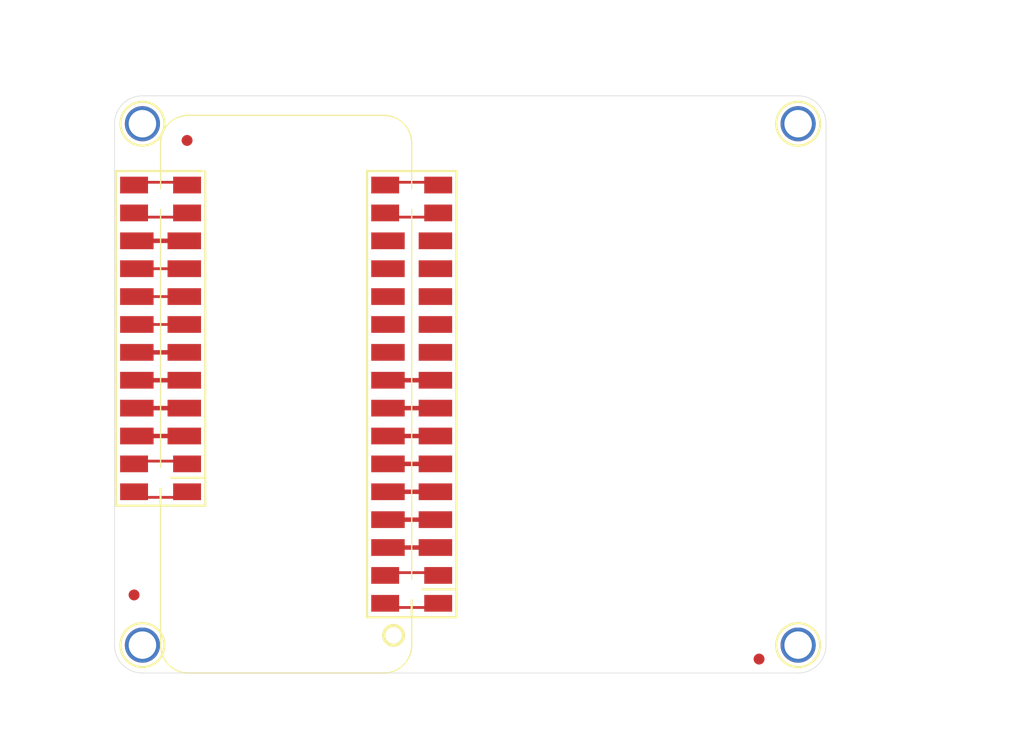
<source format=kicad_pcb>
(kicad_pcb (version 20171130) (host pcbnew "(5.1.4-0-10_14)")

  (general
    (thickness 1.6)
    (drawings 21)
    (tracks 42)
    (zones 0)
    (modules 9)
    (nets 29)
  )

  (page A4)
  (layers
    (0 Top signal)
    (1 Route2 signal)
    (2 Route3 signal)
    (3 Route4 signal)
    (4 Route5 signal)
    (5 Route6 signal)
    (6 Route7 signal)
    (7 Route8 signal)
    (8 Route9 signal)
    (9 Route10 signal)
    (10 Route11 signal)
    (11 Route12 signal)
    (12 Route13 signal)
    (13 Route14 signal)
    (14 Route15 signal)
    (31 Bottom signal)
    (32 B.Adhes user)
    (33 F.Adhes user)
    (34 B.Paste user)
    (35 F.Paste user)
    (36 B.SilkS user)
    (37 F.SilkS user)
    (38 B.Mask user)
    (39 F.Mask user)
    (40 Dwgs.User user)
    (41 Cmts.User user)
    (42 Eco1.User user)
    (43 Eco2.User user)
    (44 Edge.Cuts user)
    (45 Margin user)
    (46 B.CrtYd user)
    (47 F.CrtYd user)
    (48 B.Fab user)
    (49 F.Fab user)
  )

  (setup
    (last_trace_width 0.25)
    (trace_clearance 0.2)
    (zone_clearance 0.508)
    (zone_45_only no)
    (trace_min 0.2)
    (via_size 0.8)
    (via_drill 0.4)
    (via_min_size 0.4)
    (via_min_drill 0.3)
    (uvia_size 0.3)
    (uvia_drill 0.1)
    (uvias_allowed no)
    (uvia_min_size 0.2)
    (uvia_min_drill 0.1)
    (edge_width 0.05)
    (segment_width 0.2)
    (pcb_text_width 0.3)
    (pcb_text_size 1.5 1.5)
    (mod_edge_width 0.12)
    (mod_text_size 1 1)
    (mod_text_width 0.15)
    (pad_size 1.524 1.524)
    (pad_drill 0.762)
    (pad_to_mask_clearance 0.051)
    (solder_mask_min_width 0.25)
    (aux_axis_origin 0 0)
    (visible_elements FFFFFF7F)
    (pcbplotparams
      (layerselection 0x010fc_ffffffff)
      (usegerberextensions false)
      (usegerberattributes false)
      (usegerberadvancedattributes false)
      (creategerberjobfile false)
      (excludeedgelayer true)
      (linewidth 0.100000)
      (plotframeref false)
      (viasonmask false)
      (mode 1)
      (useauxorigin false)
      (hpglpennumber 1)
      (hpglpenspeed 20)
      (hpglpendiameter 15.000000)
      (psnegative false)
      (psa4output false)
      (plotreference true)
      (plotvalue true)
      (plotinvisibletext false)
      (padsonsilk false)
      (subtractmaskfromsilk false)
      (outputformat 1)
      (mirror false)
      (drillshape 1)
      (scaleselection 1)
      (outputdirectory ""))
  )

  (net 0 "")
  (net 1 GND)
  (net 2 3.3V)
  (net 3 /SCLK)
  (net 4 /MOSI)
  (net 5 /MISO)
  (net 6 "Net-(MS2-Pad17')")
  (net 7 "Net-(MS2-Pad18')")
  (net 8 "Net-(MS2-Pad19')")
  (net 9 "Net-(MS2-Pad20')")
  (net 10 "Net-(MS2-Pad21')")
  (net 11 "Net-(MS2-Pad22')")
  (net 12 "Net-(MS2-Pad23')")
  (net 13 "Net-(MS2-Pad24')")
  (net 14 "Net-(MS2-Pad25')")
  (net 15 "Net-(MS2-Pad26')")
  (net 16 "Net-(MS2-Pad27')")
  (net 17 "Net-(MS2-Pad28')")
  (net 18 "Net-(MS2-Pad16')")
  (net 19 "Net-(MS2-Pad15')")
  (net 20 "Net-(MS2-Pad14')")
  (net 21 "Net-(MS2-Pad10')")
  (net 22 "Net-(MS2-Pad9')")
  (net 23 "Net-(MS2-Pad8')")
  (net 24 "Net-(MS2-Pad7')")
  (net 25 "Net-(MS2-Pad6')")
  (net 26 "Net-(MS2-Pad5')")
  (net 27 "Net-(MS2-Pad3')")
  (net 28 "Net-(MS2-Pad1')")

  (net_class Default "This is the default net class."
    (clearance 0.2)
    (trace_width 0.25)
    (via_dia 0.8)
    (via_drill 0.4)
    (uvia_dia 0.3)
    (uvia_drill 0.1)
    (add_net /MISO)
    (add_net /MOSI)
    (add_net /SCLK)
    (add_net 3.3V)
    (add_net GND)
    (add_net "Net-(MS2-Pad1')")
    (add_net "Net-(MS2-Pad10')")
    (add_net "Net-(MS2-Pad14')")
    (add_net "Net-(MS2-Pad15')")
    (add_net "Net-(MS2-Pad16')")
    (add_net "Net-(MS2-Pad17')")
    (add_net "Net-(MS2-Pad18')")
    (add_net "Net-(MS2-Pad19')")
    (add_net "Net-(MS2-Pad20')")
    (add_net "Net-(MS2-Pad21')")
    (add_net "Net-(MS2-Pad22')")
    (add_net "Net-(MS2-Pad23')")
    (add_net "Net-(MS2-Pad24')")
    (add_net "Net-(MS2-Pad25')")
    (add_net "Net-(MS2-Pad26')")
    (add_net "Net-(MS2-Pad27')")
    (add_net "Net-(MS2-Pad28')")
    (add_net "Net-(MS2-Pad3')")
    (add_net "Net-(MS2-Pad5')")
    (add_net "Net-(MS2-Pad6')")
    (add_net "Net-(MS2-Pad7')")
    (add_net "Net-(MS2-Pad8')")
    (add_net "Net-(MS2-Pad9')")
  )

  (module "Adafruit 2.4in TFT FeatherWing:FEATHERWING_SMT2" (layer Top) (tedit 0) (tstamp 5D6568A7)
    (at 143.1671 131.2926 90)
    (path /1DA74E41)
    (fp_text reference MS2 (at 0 0 90) (layer F.SilkS) hide
      (effects (font (size 1.27 1.27) (thickness 0.15)))
    )
    (fp_text value FEATHERWING_SMTDUAL (at 0 0 90) (layer F.SilkS) hide
      (effects (font (size 1.27 1.27) (thickness 0.15)))
    )
    (fp_line (start 45.72 -19.05) (end 45.72 -22.86) (layer F.SilkS) (width 0.2032))
    (fp_line (start 45.72 -22.86) (end 45.72 -26.924) (layer F.SilkS) (width 0.2032))
    (fp_line (start 17.78 -22.86) (end 17.78 -18.796) (layer F.SilkS) (width 0.2032))
    (fp_line (start 15.24 -22.86) (end 17.78 -22.86) (layer F.SilkS) (width 0.2032))
    (fp_line (start 17.78 -18.796) (end 15.24 -18.796) (layer F.SilkS) (width 0.2032))
    (fp_line (start 45.72 -18.796) (end 17.78 -18.796) (layer F.SilkS) (width 0.2032))
    (fp_line (start 15.24 -26.924) (end 45.72 -26.924) (layer F.SilkS) (width 0.2032))
    (fp_line (start 15.24 -22.86) (end 15.24 -26.924) (layer F.SilkS) (width 0.2032))
    (fp_line (start 15.24 -18.796) (end 15.24 -22.86) (layer F.SilkS) (width 0.2032))
    (fp_line (start 7.62 0) (end 7.62 4.064) (layer F.SilkS) (width 0.2032))
    (fp_line (start 5.08 0) (end 7.62 0) (layer F.SilkS) (width 0.2032))
    (fp_line (start 45.72 -4.064) (end 45.72 4.064) (layer F.SilkS) (width 0.2032))
    (fp_line (start 7.62 4.064) (end 5.08 4.064) (layer F.SilkS) (width 0.2032))
    (fp_line (start 45.72 4.064) (end 7.62 4.064) (layer F.SilkS) (width 0.2032))
    (fp_line (start 5.08 -4.064) (end 45.72 -4.064) (layer F.SilkS) (width 0.2032))
    (fp_line (start 5.08 0) (end 5.08 -4.064) (layer F.SilkS) (width 0.2032))
    (fp_line (start 5.08 4.064) (end 5.08 0) (layer F.SilkS) (width 0.2032))
    (fp_arc (start 2.54 -2.54) (end 0 -2.54) (angle -90) (layer F.SilkS) (width 0.12))
    (fp_line (start 0 -20.32) (end 0 -2.54) (layer F.SilkS) (width 0.12))
    (fp_arc (start 2.54 -20.32) (end 2.54 -22.86) (angle -90) (layer F.SilkS) (width 0.12))
    (fp_line (start 45.72 -22.86) (end 2.54 -22.86) (layer F.SilkS) (width 0.12))
    (fp_line (start 48.26 -22.86) (end 45.72 -22.86) (layer F.SilkS) (width 0.12))
    (fp_arc (start 48.26 -20.32) (end 50.8 -20.32) (angle -90) (layer F.SilkS) (width 0.12))
    (fp_line (start 50.8 -2.54) (end 50.8 -20.32) (layer F.SilkS) (width 0.12))
    (fp_arc (start 48.26 -2.54) (end 48.26 0) (angle -90) (layer F.SilkS) (width 0.12))
    (fp_line (start 2.54 0) (end 48.26 0) (layer F.SilkS) (width 0.12))
    (pad "" np_thru_hole circle (at 43.18 0 90) (size 1.8 1.8) (drill 1.8) (layers *.Cu *.Mask))
    (pad "" np_thru_hole circle (at 7.62 0 90) (size 1.8 1.8) (drill 1.8) (layers *.Cu *.Mask))
    (pad "" np_thru_hole circle (at 43.18 -22.86 90) (size 1.8 1.8) (drill 1.8) (layers *.Cu *.Mask))
    (pad "" np_thru_hole circle (at 17.78 -22.86 90) (size 1.8 1.8) (drill 1.8) (layers *.Cu *.Mask))
    (pad 17' smd rect (at 44.45 -25.273) (size 2.54 1.524) (layers Top F.Paste F.Mask)
      (net 6 "Net-(MS2-Pad17')") (solder_mask_margin 0.0508))
    (pad 17 smd rect (at 44.45 -20.447 180) (size 2.54 1.524) (layers Top F.Paste F.Mask)
      (net 6 "Net-(MS2-Pad17')") (solder_mask_margin 0.0508))
    (pad 18' smd rect (at 41.91 -25.273) (size 2.54 1.524) (layers Top F.Paste F.Mask)
      (net 7 "Net-(MS2-Pad18')") (solder_mask_margin 0.0508))
    (pad 18 smd rect (at 41.91 -20.447 180) (size 2.54 1.524) (layers Top F.Paste F.Mask)
      (net 7 "Net-(MS2-Pad18')") (solder_mask_margin 0.0508))
    (pad 19' smd rect (at 39.37 -25.019) (size 3.048 1.524) (layers Top F.Paste F.Mask)
      (net 8 "Net-(MS2-Pad19')") (solder_mask_margin 0.0508))
    (pad 19 smd rect (at 39.37 -20.701 180) (size 3.048 1.524) (layers Top F.Paste F.Mask)
      (net 8 "Net-(MS2-Pad19')") (solder_mask_margin 0.0508))
    (pad 20' smd rect (at 36.83 -25.019) (size 3.048 1.524) (layers Top F.Paste F.Mask)
      (net 9 "Net-(MS2-Pad20')") (solder_mask_margin 0.0508))
    (pad 20 smd rect (at 36.83 -20.701 180) (size 3.048 1.524) (layers Top F.Paste F.Mask)
      (net 9 "Net-(MS2-Pad20')") (solder_mask_margin 0.0508))
    (pad 21' smd rect (at 34.29 -25.019) (size 3.048 1.524) (layers Top F.Paste F.Mask)
      (net 10 "Net-(MS2-Pad21')") (solder_mask_margin 0.0508))
    (pad 21 smd rect (at 34.29 -20.701 180) (size 3.048 1.524) (layers Top F.Paste F.Mask)
      (net 10 "Net-(MS2-Pad21')") (solder_mask_margin 0.0508))
    (pad 22' smd rect (at 31.75 -25.019) (size 3.048 1.524) (layers Top F.Paste F.Mask)
      (net 11 "Net-(MS2-Pad22')") (solder_mask_margin 0.0508))
    (pad 22 smd rect (at 31.75 -20.701 180) (size 3.048 1.524) (layers Top F.Paste F.Mask)
      (net 11 "Net-(MS2-Pad22')") (solder_mask_margin 0.0508))
    (pad 23' smd rect (at 29.21 -25.019) (size 3.048 1.524) (layers Top F.Paste F.Mask)
      (net 12 "Net-(MS2-Pad23')") (solder_mask_margin 0.0508))
    (pad 23 smd rect (at 29.21 -20.701 180) (size 3.048 1.524) (layers Top F.Paste F.Mask)
      (net 12 "Net-(MS2-Pad23')") (solder_mask_margin 0.0508))
    (pad 24' smd rect (at 26.67 -25.019) (size 3.048 1.524) (layers Top F.Paste F.Mask)
      (net 13 "Net-(MS2-Pad24')") (solder_mask_margin 0.0508))
    (pad 24 smd rect (at 26.67 -20.701 180) (size 3.048 1.524) (layers Top F.Paste F.Mask)
      (net 13 "Net-(MS2-Pad24')") (solder_mask_margin 0.0508))
    (pad 25' smd rect (at 24.13 -25.019) (size 3.048 1.524) (layers Top F.Paste F.Mask)
      (net 14 "Net-(MS2-Pad25')") (solder_mask_margin 0.0508))
    (pad 25 smd rect (at 24.13 -20.701 180) (size 3.048 1.524) (layers Top F.Paste F.Mask)
      (net 14 "Net-(MS2-Pad25')") (solder_mask_margin 0.0508))
    (pad 26' smd rect (at 21.59 -25.019) (size 3.048 1.524) (layers Top F.Paste F.Mask)
      (net 15 "Net-(MS2-Pad26')") (solder_mask_margin 0.0508))
    (pad 26 smd rect (at 21.59 -20.701 180) (size 3.048 1.524) (layers Top F.Paste F.Mask)
      (net 15 "Net-(MS2-Pad26')") (solder_mask_margin 0.0508))
    (pad 27 smd rect (at 19.05 -20.447 180) (size 2.54 1.524) (layers Top F.Paste F.Mask)
      (net 16 "Net-(MS2-Pad27')") (solder_mask_margin 0.0508))
    (pad 27' smd rect (at 19.05 -25.273) (size 2.54 1.524) (layers Top F.Paste F.Mask)
      (net 16 "Net-(MS2-Pad27')") (solder_mask_margin 0.0508))
    (pad 28 smd rect (at 16.51 -20.447 180) (size 2.54 1.524) (layers Top F.Paste F.Mask)
      (net 17 "Net-(MS2-Pad28')") (solder_mask_margin 0.0508))
    (pad 28' smd rect (at 16.51 -25.273 180) (size 2.54 1.524) (layers Top F.Paste F.Mask)
      (net 17 "Net-(MS2-Pad28')") (solder_mask_margin 0.0508))
    (pad 16 smd rect (at 44.45 -2.413) (size 2.54 1.524) (layers Top F.Paste F.Mask)
      (net 18 "Net-(MS2-Pad16')") (solder_mask_margin 0.0508))
    (pad 16' smd rect (at 44.45 2.413 180) (size 2.54 1.524) (layers Top F.Paste F.Mask)
      (net 18 "Net-(MS2-Pad16')") (solder_mask_margin 0.0508))
    (pad 15 smd rect (at 41.91 -2.413) (size 2.54 1.524) (layers Top F.Paste F.Mask)
      (net 19 "Net-(MS2-Pad15')") (solder_mask_margin 0.0508))
    (pad 15' smd rect (at 41.91 2.413 180) (size 2.54 1.524) (layers Top F.Paste F.Mask)
      (net 19 "Net-(MS2-Pad15')") (solder_mask_margin 0.0508))
    (pad 14 smd rect (at 39.37 -2.159) (size 3.048 1.524) (layers Top F.Paste F.Mask)
      (net 20 "Net-(MS2-Pad14')") (solder_mask_margin 0.0508))
    (pad 14' smd rect (at 39.37 2.159 180) (size 3.048 1.524) (layers Top F.Paste F.Mask)
      (net 20 "Net-(MS2-Pad14')") (solder_mask_margin 0.0508))
    (pad 13 smd rect (at 36.83 -2.159) (size 3.048 1.524) (layers Top F.Paste F.Mask)
      (net 5 /MISO) (solder_mask_margin 0.0508))
    (pad 13' smd rect (at 36.83 2.159 180) (size 3.048 1.524) (layers Top F.Paste F.Mask)
      (net 5 /MISO) (solder_mask_margin 0.0508))
    (pad 12 smd rect (at 34.29 -2.159) (size 3.048 1.524) (layers Top F.Paste F.Mask)
      (net 4 /MOSI) (solder_mask_margin 0.0508))
    (pad 12' smd rect (at 34.29 2.159 180) (size 3.048 1.524) (layers Top F.Paste F.Mask)
      (net 4 /MOSI) (solder_mask_margin 0.0508))
    (pad 11 smd rect (at 31.75 -2.159) (size 3.048 1.524) (layers Top F.Paste F.Mask)
      (net 3 /SCLK) (solder_mask_margin 0.0508))
    (pad 11' smd rect (at 31.75 2.159 180) (size 3.048 1.524) (layers Top F.Paste F.Mask)
      (net 3 /SCLK) (solder_mask_margin 0.0508))
    (pad 10 smd rect (at 29.21 -2.159) (size 3.048 1.524) (layers Top F.Paste F.Mask)
      (net 21 "Net-(MS2-Pad10')") (solder_mask_margin 0.0508))
    (pad 10' smd rect (at 29.21 2.159 180) (size 3.048 1.524) (layers Top F.Paste F.Mask)
      (net 21 "Net-(MS2-Pad10')") (solder_mask_margin 0.0508))
    (pad 9 smd rect (at 26.67 -2.159) (size 3.048 1.524) (layers Top F.Paste F.Mask)
      (net 22 "Net-(MS2-Pad9')") (solder_mask_margin 0.0508))
    (pad 9' smd rect (at 26.67 2.159 180) (size 3.048 1.524) (layers Top F.Paste F.Mask)
      (net 22 "Net-(MS2-Pad9')") (solder_mask_margin 0.0508))
    (pad 8 smd rect (at 24.13 -2.159) (size 3.048 1.524) (layers Top F.Paste F.Mask)
      (net 23 "Net-(MS2-Pad8')") (solder_mask_margin 0.0508))
    (pad 8' smd rect (at 24.13 2.159 180) (size 3.048 1.524) (layers Top F.Paste F.Mask)
      (net 23 "Net-(MS2-Pad8')") (solder_mask_margin 0.0508))
    (pad 7 smd rect (at 21.59 -2.159) (size 3.048 1.524) (layers Top F.Paste F.Mask)
      (net 24 "Net-(MS2-Pad7')") (solder_mask_margin 0.0508))
    (pad 7' smd rect (at 21.59 2.159 180) (size 3.048 1.524) (layers Top F.Paste F.Mask)
      (net 24 "Net-(MS2-Pad7')") (solder_mask_margin 0.0508))
    (pad 6 smd rect (at 19.05 -2.159) (size 3.048 1.524) (layers Top F.Paste F.Mask)
      (net 25 "Net-(MS2-Pad6')") (solder_mask_margin 0.0508))
    (pad 6' smd rect (at 19.05 2.159 180) (size 3.048 1.524) (layers Top F.Paste F.Mask)
      (net 25 "Net-(MS2-Pad6')") (solder_mask_margin 0.0508))
    (pad 5 smd rect (at 16.51 -2.159) (size 3.048 1.524) (layers Top F.Paste F.Mask)
      (net 26 "Net-(MS2-Pad5')") (solder_mask_margin 0.0508))
    (pad 5' smd rect (at 16.51 2.159 180) (size 3.048 1.524) (layers Top F.Paste F.Mask)
      (net 26 "Net-(MS2-Pad5')") (solder_mask_margin 0.0508))
    (pad 4 smd rect (at 13.97 -2.159) (size 3.048 1.524) (layers Top F.Paste F.Mask)
      (net 1 GND) (solder_mask_margin 0.0508))
    (pad 4' smd rect (at 13.97 2.159 180) (size 3.048 1.524) (layers Top F.Paste F.Mask)
      (net 1 GND) (solder_mask_margin 0.0508))
    (pad 3 smd rect (at 11.43 -2.159) (size 3.048 1.524) (layers Top F.Paste F.Mask)
      (net 27 "Net-(MS2-Pad3')") (solder_mask_margin 0.0508))
    (pad 3' smd rect (at 11.43 2.159 180) (size 3.048 1.524) (layers Top F.Paste F.Mask)
      (net 27 "Net-(MS2-Pad3')") (solder_mask_margin 0.0508))
    (pad 2' smd rect (at 8.89 2.413 180) (size 2.54 1.524) (layers Top F.Paste F.Mask)
      (net 2 3.3V) (solder_mask_margin 0.0508))
    (pad 2 smd rect (at 8.89 -2.413) (size 2.54 1.524) (layers Top F.Paste F.Mask)
      (net 2 3.3V) (solder_mask_margin 0.0508))
    (pad 1' smd rect (at 6.35 2.413 180) (size 2.54 1.524) (layers Top F.Paste F.Mask)
      (net 28 "Net-(MS2-Pad1')") (solder_mask_margin 0.0508))
    (pad 1 smd rect (at 6.35 -2.413 180) (size 2.54 1.524) (layers Top F.Paste F.Mask)
      (net 28 "Net-(MS2-Pad1')") (solder_mask_margin 0.0508))
  )

  (module "Adafruit 2.4in TFT FeatherWing:MOUNTINGHOLE_2.5_PLATED" (layer Top) (tedit 0) (tstamp 5D656786)
    (at 178.3461 128.7526)
    (path /4901ADA2)
    (fp_text reference U$15 (at 0 0) (layer F.SilkS) hide
      (effects (font (size 1.27 1.27) (thickness 0.15)))
    )
    (fp_text value MOUNTINGHOLE2.5 (at 0 0) (layer F.SilkS) hide
      (effects (font (size 1.27 1.27) (thickness 0.15)))
    )
    (fp_circle (center 0 0) (end 1 0) (layer Dwgs.User) (width 2.032))
    (fp_circle (center 0 0) (end 1 0) (layer Dwgs.User) (width 2.032))
    (fp_circle (center 0 0) (end 1 0) (layer Dwgs.User) (width 2.032))
    (fp_circle (center 0 0) (end 1 0) (layer Dwgs.User) (width 2.032))
    (fp_circle (center 0 0) (end 2 0) (layer F.SilkS) (width 0.2032))
    (pad P$1 thru_hole circle (at 0 0) (size 3.2 3.2) (drill 2.5) (layers *.Cu *.Mask)
      (solder_mask_margin 0.0508))
  )

  (module "Adafruit 2.4in TFT FeatherWing:MOUNTINGHOLE_2.5_PLATED" (layer Top) (tedit 0) (tstamp 5D65678F)
    (at 178.3461 81.2546)
    (path /7CE1FEAD)
    (fp_text reference U$17 (at 0 0) (layer F.SilkS) hide
      (effects (font (size 1.27 1.27) (thickness 0.15)))
    )
    (fp_text value MOUNTINGHOLE2.5 (at 0 0) (layer F.SilkS) hide
      (effects (font (size 1.27 1.27) (thickness 0.15)))
    )
    (fp_circle (center 0 0) (end 1 0) (layer Dwgs.User) (width 2.032))
    (fp_circle (center 0 0) (end 1 0) (layer Dwgs.User) (width 2.032))
    (fp_circle (center 0 0) (end 1 0) (layer Dwgs.User) (width 2.032))
    (fp_circle (center 0 0) (end 1 0) (layer Dwgs.User) (width 2.032))
    (fp_circle (center 0 0) (end 2 0) (layer F.SilkS) (width 0.2032))
    (pad P$1 thru_hole circle (at 0 0) (size 3.2 3.2) (drill 2.5) (layers *.Cu *.Mask)
      (solder_mask_margin 0.0508))
  )

  (module "Adafruit 2.4in TFT FeatherWing:MOUNTINGHOLE_2.5_PLATED" (layer Top) (tedit 0) (tstamp 5D656991)
    (at 118.6561 128.7526)
    (path /29A3022C)
    (fp_text reference U$9 (at 0 0) (layer F.SilkS) hide
      (effects (font (size 1.27 1.27) (thickness 0.15)))
    )
    (fp_text value MOUNTINGHOLE2.5 (at 0 0) (layer F.SilkS) hide
      (effects (font (size 1.27 1.27) (thickness 0.15)))
    )
    (fp_circle (center 0 0) (end 1 0) (layer Dwgs.User) (width 2.032))
    (fp_circle (center 0 0) (end 1 0) (layer Dwgs.User) (width 2.032))
    (fp_circle (center 0 0) (end 1 0) (layer Dwgs.User) (width 2.032))
    (fp_circle (center 0 0) (end 1 0) (layer Dwgs.User) (width 2.032))
    (fp_circle (center 0 0) (end 2 0) (layer F.SilkS) (width 0.2032))
    (pad P$1 thru_hole circle (at 0 0) (size 3.2 3.2) (drill 2.5) (layers *.Cu *.Mask)
      (solder_mask_margin 0.0508))
  )

  (module "Adafruit 2.4in TFT FeatherWing:MOUNTINGHOLE_2.5_PLATED" (layer Top) (tedit 0) (tstamp 5D65699A)
    (at 118.6561 81.2546)
    (path /608FD90F)
    (fp_text reference U$11 (at 0 0) (layer F.SilkS) hide
      (effects (font (size 1.27 1.27) (thickness 0.15)))
    )
    (fp_text value MOUNTINGHOLE2.5 (at 0 0) (layer F.SilkS) hide
      (effects (font (size 1.27 1.27) (thickness 0.15)))
    )
    (fp_circle (center 0 0) (end 1 0) (layer Dwgs.User) (width 2.032))
    (fp_circle (center 0 0) (end 1 0) (layer Dwgs.User) (width 2.032))
    (fp_circle (center 0 0) (end 1 0) (layer Dwgs.User) (width 2.032))
    (fp_circle (center 0 0) (end 1 0) (layer Dwgs.User) (width 2.032))
    (fp_circle (center 0 0) (end 2 0) (layer F.SilkS) (width 0.2032))
    (pad P$1 thru_hole circle (at 0 0) (size 3.2 3.2) (drill 2.5) (layers *.Cu *.Mask)
      (solder_mask_margin 0.0508))
  )

  (module "Adafruit 2.4in TFT FeatherWing:FIDUCIAL_1MM" (layer Top) (tedit 0) (tstamp 5D656A08)
    (at 122.7201 82.7786)
    (path /5F8860D4)
    (fp_text reference FID1 (at 0 0) (layer F.SilkS) hide
      (effects (font (size 1.27 1.27) (thickness 0.15)))
    )
    (fp_text value FIDUCIAL"" (at 0 0) (layer F.SilkS) hide
      (effects (font (size 1.27 1.27) (thickness 0.15)))
    )
    (fp_arc (start 0 0) (end 0 0.75) (angle 90) (layer Dwgs.User) (width 0.5))
    (fp_arc (start 0 0) (end 0.75 0) (angle 90) (layer Dwgs.User) (width 0.5))
    (fp_arc (start 0 0) (end 0 -0.75) (angle 90) (layer Dwgs.User) (width 0.5))
    (fp_arc (start 0 0) (end -0.75 0) (angle 90) (layer Dwgs.User) (width 0.5))
    (fp_arc (start 0 0) (end 0 0.75) (angle 90) (layer Dwgs.User) (width 0.5))
    (fp_arc (start 0 0) (end 0.75 0) (angle 90) (layer Dwgs.User) (width 0.5))
    (fp_arc (start 0 0) (end 0 -0.75) (angle 90) (layer Dwgs.User) (width 0.5))
    (fp_arc (start 0 0) (end -0.75 0) (angle 90) (layer Dwgs.User) (width 0.5))
    (fp_arc (start 0 0) (end 0 0.75) (angle 90) (layer F.Mask) (width 0.5))
    (fp_arc (start 0 0) (end 0.75 0) (angle 90) (layer F.Mask) (width 0.5))
    (fp_arc (start 0 0) (end 0 -0.75) (angle 90) (layer F.Mask) (width 0.5))
    (fp_arc (start 0 0) (end -0.75 0) (angle 90) (layer F.Mask) (width 0.5))
    (pad 1 smd roundrect (at 0 0) (size 1 1) (layers Top F.Mask) (roundrect_rratio 0.5)
      (solder_mask_margin 0.0508))
  )

  (module "Adafruit 2.4in TFT FeatherWing:FIDUCIAL_1MM" (layer Top) (tedit 0) (tstamp 5D656A18)
    (at 174.7901 130.0226)
    (path /7EDAA0E9)
    (fp_text reference FID2 (at 0 0) (layer F.SilkS) hide
      (effects (font (size 1.27 1.27) (thickness 0.15)))
    )
    (fp_text value FIDUCIAL"" (at 0 0) (layer F.SilkS) hide
      (effects (font (size 1.27 1.27) (thickness 0.15)))
    )
    (fp_arc (start 0 0) (end 0 0.75) (angle 90) (layer Dwgs.User) (width 0.5))
    (fp_arc (start 0 0) (end 0.75 0) (angle 90) (layer Dwgs.User) (width 0.5))
    (fp_arc (start 0 0) (end 0 -0.75) (angle 90) (layer Dwgs.User) (width 0.5))
    (fp_arc (start 0 0) (end -0.75 0) (angle 90) (layer Dwgs.User) (width 0.5))
    (fp_arc (start 0 0) (end 0 0.75) (angle 90) (layer Dwgs.User) (width 0.5))
    (fp_arc (start 0 0) (end 0.75 0) (angle 90) (layer Dwgs.User) (width 0.5))
    (fp_arc (start 0 0) (end 0 -0.75) (angle 90) (layer Dwgs.User) (width 0.5))
    (fp_arc (start 0 0) (end -0.75 0) (angle 90) (layer Dwgs.User) (width 0.5))
    (fp_arc (start 0 0) (end 0 0.75) (angle 90) (layer F.Mask) (width 0.5))
    (fp_arc (start 0 0) (end 0.75 0) (angle 90) (layer F.Mask) (width 0.5))
    (fp_arc (start 0 0) (end 0 -0.75) (angle 90) (layer F.Mask) (width 0.5))
    (fp_arc (start 0 0) (end -0.75 0) (angle 90) (layer F.Mask) (width 0.5))
    (pad 1 smd roundrect (at 0 0) (size 1 1) (layers Top F.Mask) (roundrect_rratio 0.5)
      (solder_mask_margin 0.0508))
  )

  (module "Adafruit 2.4in TFT FeatherWing:FIDUCIAL_1MM" (layer Top) (tedit 0) (tstamp 5D656A28)
    (at 117.8941 124.1806)
    (path /3B034C82)
    (fp_text reference FID3 (at 0 0) (layer F.SilkS) hide
      (effects (font (size 1.27 1.27) (thickness 0.15)))
    )
    (fp_text value FIDUCIAL"" (at 0 0) (layer F.SilkS) hide
      (effects (font (size 1.27 1.27) (thickness 0.15)))
    )
    (fp_arc (start 0 0) (end 0 0.75) (angle 90) (layer Dwgs.User) (width 0.5))
    (fp_arc (start 0 0) (end 0.75 0) (angle 90) (layer Dwgs.User) (width 0.5))
    (fp_arc (start 0 0) (end 0 -0.75) (angle 90) (layer Dwgs.User) (width 0.5))
    (fp_arc (start 0 0) (end -0.75 0) (angle 90) (layer Dwgs.User) (width 0.5))
    (fp_arc (start 0 0) (end 0 0.75) (angle 90) (layer Dwgs.User) (width 0.5))
    (fp_arc (start 0 0) (end 0.75 0) (angle 90) (layer Dwgs.User) (width 0.5))
    (fp_arc (start 0 0) (end 0 -0.75) (angle 90) (layer Dwgs.User) (width 0.5))
    (fp_arc (start 0 0) (end -0.75 0) (angle 90) (layer Dwgs.User) (width 0.5))
    (fp_arc (start 0 0) (end 0 0.75) (angle 90) (layer F.Mask) (width 0.5))
    (fp_arc (start 0 0) (end 0.75 0) (angle 90) (layer F.Mask) (width 0.5))
    (fp_arc (start 0 0) (end 0 -0.75) (angle 90) (layer F.Mask) (width 0.5))
    (fp_arc (start 0 0) (end -0.75 0) (angle 90) (layer F.Mask) (width 0.5))
    (pad 1 smd roundrect (at 0 0) (size 1 1) (layers Top F.Mask) (roundrect_rratio 0.5)
      (solder_mask_margin 0.0508))
  )

  (module "Adafruit 2.4in TFT FeatherWing:PCBFEAT-REV-040" (layer Top) (tedit 0) (tstamp 5D6577D7)
    (at 141.5161 127.8636)
    (descr "<b>Revision Level Field</b> - 40 mil<p>\nSet version with global board attribute '>REV'")
    (fp_text reference U$34 (at 0 0) (layer F.SilkS) hide
      (effects (font (size 1.27 1.27) (thickness 0.15)))
    )
    (fp_text value "" (at 0 0) (layer F.SilkS) hide
      (effects (font (size 1.27 1.27) (thickness 0.15)))
    )
    (fp_circle (center 0 0) (end 0.898 0) (layer F.SilkS) (width 0.3048))
  )

  (dimension 35.687 (width 0.1) (layer Dwgs.User)
    (gr_text "35.687 mm" (at 197.5031 113.4491 90) (layer Dwgs.User)
      (effects (font (size 1 1) (thickness 0.15)))
    )
    (feature1 (pts (xy 177.5206 95.6056) (xy 196.839521 95.6056)))
    (feature2 (pts (xy 177.5206 131.2926) (xy 196.839521 131.2926)))
    (crossbar (pts (xy 196.2531 131.2926) (xy 196.2531 95.6056)))
    (arrow1a (pts (xy 196.2531 95.6056) (xy 196.839521 96.732104)))
    (arrow1b (pts (xy 196.2531 95.6056) (xy 195.666679 96.732104)))
    (arrow2a (pts (xy 196.2531 131.2926) (xy 196.839521 130.166096)))
    (arrow2b (pts (xy 196.2531 131.2926) (xy 195.666679 130.166096)))
  )
  (dimension 9.779 (width 0.1) (layer Dwgs.User)
    (gr_text "9.779 mm" (at 189.7561 126.4031 90) (layer Dwgs.User)
      (effects (font (size 1 1) (thickness 0.15)))
    )
    (feature1 (pts (xy 175.6791 121.5136) (xy 189.092521 121.5136)))
    (feature2 (pts (xy 175.6791 131.2926) (xy 189.092521 131.2926)))
    (crossbar (pts (xy 188.5061 131.2926) (xy 188.5061 121.5136)))
    (arrow1a (pts (xy 188.5061 121.5136) (xy 189.092521 122.640104)))
    (arrow1b (pts (xy 188.5061 121.5136) (xy 187.919679 122.640104)))
    (arrow2a (pts (xy 188.5061 131.2926) (xy 189.092521 130.166096)))
    (arrow2b (pts (xy 188.5061 131.2926) (xy 187.919679 130.166096)))
  )
  (dimension 20.828 (width 0.1) (layer Dwgs.User)
    (gr_text "20.828 mm" (at 193.6931 120.8786 90) (layer Dwgs.User)
      (effects (font (size 1 1) (thickness 0.15)))
    )
    (feature1 (pts (xy 176.4411 110.4646) (xy 193.029521 110.4646)))
    (feature2 (pts (xy 176.4411 131.2926) (xy 193.029521 131.2926)))
    (crossbar (pts (xy 192.4431 131.2926) (xy 192.4431 110.4646)))
    (arrow1a (pts (xy 192.4431 110.4646) (xy 193.029521 111.591104)))
    (arrow1b (pts (xy 192.4431 110.4646) (xy 191.856679 111.591104)))
    (arrow2a (pts (xy 192.4431 131.2926) (xy 193.029521 130.166096)))
    (arrow2b (pts (xy 192.4431 131.2926) (xy 191.856679 130.166096)))
  )
  (gr_line (start 116.1161 128.7526) (end 116.1161 81.2546) (layer Edge.Cuts) (width 0.05) (tstamp 205DD0))
  (gr_arc (start 118.6561 81.2546) (end 116.1161 81.2546) (angle 90) (layer Edge.Cuts) (width 0.05) (tstamp 205E60))
  (gr_line (start 118.6561 78.7146) (end 178.3461 78.7146) (layer Edge.Cuts) (width 0.05) (tstamp 205EF0))
  (gr_arc (start 178.3461 81.2546) (end 178.3461 78.7146) (angle 90) (layer Edge.Cuts) (width 0.05) (tstamp 205F80))
  (gr_line (start 180.8861 81.2546) (end 180.8861 128.7526) (layer Edge.Cuts) (width 0.05) (tstamp 206010))
  (gr_arc (start 178.3461 128.7526) (end 180.8861 128.7526) (angle 90) (layer Edge.Cuts) (width 0.05) (tstamp 2060A0))
  (gr_line (start 178.3461 131.2926) (end 118.6561 131.2926) (layer Edge.Cuts) (width 0.05) (tstamp 206130))
  (gr_arc (start 118.6561 128.7526) (end 118.6561 131.2926) (angle 90) (layer Edge.Cuts) (width 0.05) (tstamp 2061C0))
  (dimension 64.77 (width 0.1) (layer Dwgs.User)
    (gr_text "64.770 mm" (at 148.5011 74.5436) (layer Dwgs.User)
      (effects (font (size 1 1) (thickness 0.15)))
    )
    (feature1 (pts (xy 180.8861 82.6516) (xy 180.8861 75.207179)))
    (feature2 (pts (xy 116.1161 82.6516) (xy 116.1161 75.207179)))
    (crossbar (pts (xy 116.1161 75.7936) (xy 180.8861 75.7936)))
    (arrow1a (pts (xy 180.8861 75.7936) (xy 179.759596 76.380021)))
    (arrow1b (pts (xy 180.8861 75.7936) (xy 179.759596 75.207179)))
    (arrow2a (pts (xy 116.1161 75.7936) (xy 117.242604 76.380021)))
    (arrow2b (pts (xy 116.1161 75.7936) (xy 117.242604 75.207179)))
  )
  (dimension 2.54 (width 0.1) (layer Dwgs.User)
    (gr_text "2.540 mm" (at 117.3861 70.7336) (layer Dwgs.User)
      (effects (font (size 1 1) (thickness 0.15)))
    )
    (feature1 (pts (xy 118.6561 81.3816) (xy 118.6561 71.397179)))
    (feature2 (pts (xy 116.1161 81.3816) (xy 116.1161 71.397179)))
    (crossbar (pts (xy 116.1161 71.9836) (xy 118.6561 71.9836)))
    (arrow1a (pts (xy 118.6561 71.9836) (xy 117.529596 72.570021)))
    (arrow1b (pts (xy 118.6561 71.9836) (xy 117.529596 71.397179)))
    (arrow2a (pts (xy 116.1161 71.9836) (xy 117.242604 72.570021)))
    (arrow2b (pts (xy 116.1161 71.9836) (xy 117.242604 71.397179)))
  )
  (dimension 2.54 (width 0.1) (layer Dwgs.User)
    (gr_text "2.540 mm" (at 179.6161 75.9406) (layer Dwgs.User)
      (effects (font (size 1 1) (thickness 0.15)))
    )
    (feature1 (pts (xy 180.8861 81.5086) (xy 180.8861 76.604179)))
    (feature2 (pts (xy 178.3461 81.5086) (xy 178.3461 76.604179)))
    (crossbar (pts (xy 178.3461 77.1906) (xy 180.8861 77.1906)))
    (arrow1a (pts (xy 180.8861 77.1906) (xy 179.759596 77.777021)))
    (arrow1b (pts (xy 180.8861 77.1906) (xy 179.759596 76.604179)))
    (arrow2a (pts (xy 178.3461 77.1906) (xy 179.472604 77.777021)))
    (arrow2b (pts (xy 178.3461 77.1906) (xy 179.472604 76.604179)))
  )
  (dimension 2.54 (width 0.1) (layer Dwgs.User)
    (gr_text "2.540 mm" (at 113.3421 130.0226 90) (layer Dwgs.User)
      (effects (font (size 1 1) (thickness 0.15)))
    )
    (feature1 (pts (xy 118.9101 128.7526) (xy 114.005679 128.7526)))
    (feature2 (pts (xy 118.9101 131.2926) (xy 114.005679 131.2926)))
    (crossbar (pts (xy 114.5921 131.2926) (xy 114.5921 128.7526)))
    (arrow1a (pts (xy 114.5921 128.7526) (xy 115.178521 129.879104)))
    (arrow1b (pts (xy 114.5921 128.7526) (xy 114.005679 129.879104)))
    (arrow2a (pts (xy 114.5921 131.2926) (xy 115.178521 130.166096)))
    (arrow2b (pts (xy 114.5921 131.2926) (xy 114.005679 130.166096)))
  )
  (dimension 52.578 (width 0.1) (layer Dwgs.User)
    (gr_text "52.578 mm" (at 109.4051 105.0036 90) (layer Dwgs.User)
      (effects (font (size 1 1) (thickness 0.15)))
    )
    (feature1 (pts (xy 118.7831 78.7146) (xy 110.068679 78.7146)))
    (feature2 (pts (xy 118.7831 131.2926) (xy 110.068679 131.2926)))
    (crossbar (pts (xy 110.6551 131.2926) (xy 110.6551 78.7146)))
    (arrow1a (pts (xy 110.6551 78.7146) (xy 111.241521 79.841104)))
    (arrow1b (pts (xy 110.6551 78.7146) (xy 110.068679 79.841104)))
    (arrow2a (pts (xy 110.6551 131.2926) (xy 111.241521 130.166096)))
    (arrow2b (pts (xy 110.6551 131.2926) (xy 110.068679 130.166096)))
  )
  (dimension 2.54 (width 0.1) (layer Dwgs.User)
    (gr_text "2.540 mm" (at 124.0971 79.9846 270) (layer Dwgs.User)
      (effects (font (size 1 1) (thickness 0.15)))
    )
    (feature1 (pts (xy 118.6561 81.2546) (xy 123.433521 81.2546)))
    (feature2 (pts (xy 118.6561 78.7146) (xy 123.433521 78.7146)))
    (crossbar (pts (xy 122.8471 78.7146) (xy 122.8471 81.2546)))
    (arrow1a (pts (xy 122.8471 81.2546) (xy 122.260679 80.128096)))
    (arrow1b (pts (xy 122.8471 81.2546) (xy 123.433521 80.128096)))
    (arrow2a (pts (xy 122.8471 78.7146) (xy 122.260679 79.841104)))
    (arrow2b (pts (xy 122.8471 78.7146) (xy 123.433521 79.841104)))
  )
  (dimension 3.556 (width 0.1) (layer Dwgs.User)
    (gr_text "3.556 mm" (at 118.0211 139.0196) (layer Dwgs.User)
      (effects (font (size 1 1) (thickness 0.15)))
    )
    (feature1 (pts (xy 119.7991 114.3381) (xy 119.7991 138.356021)))
    (feature2 (pts (xy 116.2431 114.3381) (xy 116.2431 138.356021)))
    (crossbar (pts (xy 116.2431 137.7696) (xy 119.7991 137.7696)))
    (arrow1a (pts (xy 119.7991 137.7696) (xy 118.672596 138.356021)))
    (arrow1b (pts (xy 119.7991 137.7696) (xy 118.672596 137.183179)))
    (arrow2a (pts (xy 116.2431 137.7696) (xy 117.369604 138.356021)))
    (arrow2b (pts (xy 116.2431 137.7696) (xy 117.369604 137.183179)))
  )
  (dimension 4.953 (width 0.1) (layer Dwgs.User)
    (gr_text "4.953 mm" (at 185.6921 128.8161 90) (layer Dwgs.User)
      (effects (font (size 1 1) (thickness 0.15)))
    )
    (feature1 (pts (xy 157.5816 126.3396) (xy 185.028521 126.3396)))
    (feature2 (pts (xy 157.5816 131.2926) (xy 185.028521 131.2926)))
    (crossbar (pts (xy 184.4421 131.2926) (xy 184.4421 126.3396)))
    (arrow1a (pts (xy 184.4421 126.3396) (xy 185.028521 127.466104)))
    (arrow1b (pts (xy 184.4421 126.3396) (xy 183.855679 127.466104)))
    (arrow2a (pts (xy 184.4421 131.2926) (xy 185.028521 130.166096)))
    (arrow2b (pts (xy 184.4421 131.2926) (xy 183.855679 130.166096)))
  )
  (dimension 30.988 (width 0.1) (layer Dwgs.User)
    (gr_text "30.988 mm" (at 131.7371 82.9256) (layer Dwgs.User)
      (effects (font (size 1 1) (thickness 0.15)))
    )
    (feature1 (pts (xy 147.2311 108.2421) (xy 147.2311 83.589179)))
    (feature2 (pts (xy 116.2431 108.2421) (xy 116.2431 83.589179)))
    (crossbar (pts (xy 116.2431 84.1756) (xy 147.2311 84.1756)))
    (arrow1a (pts (xy 147.2311 84.1756) (xy 146.104596 84.762021)))
    (arrow1b (pts (xy 147.2311 84.1756) (xy 146.104596 83.589179)))
    (arrow2a (pts (xy 116.2431 84.1756) (xy 117.369604 84.762021)))
    (arrow2b (pts (xy 116.2431 84.1756) (xy 117.369604 83.589179)))
  )
  (dimension 15.113 (width 0.1) (layer Dwgs.User)
    (gr_text "15.113 mm" (at 123.7996 135.4636) (layer Dwgs.User)
      (effects (font (size 1 1) (thickness 0.15)))
    )
    (feature1 (pts (xy 131.3561 105.8926) (xy 131.3561 134.800021)))
    (feature2 (pts (xy 116.2431 105.8926) (xy 116.2431 134.800021)))
    (crossbar (pts (xy 116.2431 134.2136) (xy 131.3561 134.2136)))
    (arrow1a (pts (xy 131.3561 134.2136) (xy 130.229596 134.800021)))
    (arrow1b (pts (xy 131.3561 134.2136) (xy 130.229596 133.627179)))
    (arrow2a (pts (xy 116.2431 134.2136) (xy 117.369604 134.800021)))
    (arrow2b (pts (xy 116.2431 134.2136) (xy 117.369604 133.627179)))
  )

  (segment (start 141.0081 117.3226) (end 145.3261 117.3226) (width 0.4064) (layer Top) (net 1) (tstamp 3A37B0))
  (segment (start 140.7541 122.4026) (end 141.0081 122.1486) (width 0.254) (layer Top) (net 2) (tstamp 3ACFC0))
  (segment (start 141.0081 122.1486) (end 144.6911 122.1486) (width 0.254) (layer Top) (net 2) (tstamp 3AD050))
  (segment (start 140.7541 124.9426) (end 141.1351 125.3236) (width 0.254) (layer Top) (net 28) (tstamp 3B34E0))
  (segment (start 141.1351 125.3236) (end 144.5641 125.3236) (width 0.254) (layer Top) (net 28) (tstamp 3B3570))
  (segment (start 117.8941 114.7826) (end 118.4021 115.2906) (width 0.254) (layer Top) (net 17) (tstamp 3B39F0))
  (segment (start 118.4021 115.2906) (end 122.2121 115.2906) (width 0.254) (layer Top) (net 17) (tstamp 3B3A80))
  (segment (start 122.2121 115.2906) (end 122.7201 114.7826) (width 0.254) (layer Top) (net 17) (tstamp 3B3B10))
  (segment (start 117.8941 112.2426) (end 118.1481 111.9886) (width 0.254) (layer Top) (net 16) (tstamp 3B46C0))
  (segment (start 118.1481 111.9886) (end 121.9581 111.9886) (width 0.254) (layer Top) (net 16) (tstamp 3B4750))
  (segment (start 121.9581 111.9886) (end 122.2121 112.2426) (width 0.254) (layer Top) (net 16) (tstamp 3B47E0))
  (segment (start 122.2121 112.2426) (end 122.7201 112.2426) (width 0.254) (layer Top) (net 16) (tstamp 3B4870))
  (segment (start 118.1481 109.7026) (end 121.9581 109.7026) (width 0.4064) (layer Top) (net 15) (tstamp 3B4BD0))
  (segment (start 121.9581 109.7026) (end 122.4661 109.7026) (width 0.4064) (layer Top) (net 15) (tstamp 3B4CF0))
  (segment (start 122.4661 107.1626) (end 118.1481 107.1626) (width 0.4064) (layer Top) (net 14) (tstamp 3B4FC0))
  (segment (start 118.1481 104.6226) (end 122.4661 104.6226) (width 0.4064) (layer Top) (net 13) (tstamp 3B5320))
  (segment (start 122.4661 102.0826) (end 118.1481 102.0826) (width 0.4064) (layer Top) (net 12) (tstamp 3B5680))
  (segment (start 118.1481 91.9226) (end 122.4661 91.9226) (width 0.4064) (layer Top) (net 8) (tstamp 3B59E0))
  (segment (start 117.8941 89.3826) (end 118.2751 89.7636) (width 0.254) (layer Top) (net 7) (tstamp 3B5E60))
  (segment (start 118.2751 89.7636) (end 121.9581 89.7636) (width 0.254) (layer Top) (net 7) (tstamp 3B5EF0))
  (segment (start 121.9581 89.7636) (end 122.3391 89.3826) (width 0.254) (layer Top) (net 7) (tstamp 3B5F80))
  (segment (start 122.3391 89.3826) (end 122.7201 89.3826) (width 0.254) (layer Top) (net 7) (tstamp 3B6010))
  (segment (start 117.8941 86.8426) (end 118.1481 86.5886) (width 0.254) (layer Top) (net 6) (tstamp 3B6370))
  (segment (start 118.1481 86.5886) (end 121.8311 86.5886) (width 0.254) (layer Top) (net 6) (tstamp 3B6400))
  (segment (start 121.8311 86.5886) (end 122.0851 86.8426) (width 0.254) (layer Top) (net 6) (tstamp 3B6490))
  (segment (start 122.0851 86.8426) (end 122.7201 86.8426) (width 0.254) (layer Top) (net 6) (tstamp 3B6520))
  (segment (start 140.7541 86.8426) (end 141.0081 86.5886) (width 0.254) (layer Top) (net 18) (tstamp 3B6880))
  (segment (start 141.0081 86.5886) (end 144.9451 86.5886) (width 0.254) (layer Top) (net 18) (tstamp 3B6910))
  (segment (start 140.7541 89.3826) (end 141.1351 89.7636) (width 0.254) (layer Top) (net 19) (tstamp 3B6D90))
  (segment (start 141.1351 89.7636) (end 144.6911 89.7636) (width 0.254) (layer Top) (net 19) (tstamp 3B6E20))
  (segment (start 141.0081 104.6226) (end 144.5641 104.6226) (width 0.4064) (layer Top) (net 22) (tstamp 3B7840))
  (segment (start 145.3261 107.1626) (end 141.0081 107.1626) (width 0.4064) (layer Top) (net 23) (tstamp 3B7D50))
  (segment (start 141.0081 109.7026) (end 144.8181 109.7026) (width 0.4064) (layer Top) (net 24) (tstamp 3BC120))
  (segment (start 145.3261 112.2426) (end 141.8971 112.2426) (width 0.4064) (layer Top) (net 25) (tstamp 3BC630))
  (segment (start 141.8971 112.2426) (end 141.8971 112.3696) (width 0.4064) (layer Top) (net 25) (tstamp 3BC6C0))
  (segment (start 141.8971 112.3696) (end 141.0081 112.3696) (width 0.4064) (layer Top) (net 25) (tstamp 3BC750))
  (segment (start 141.0081 112.3696) (end 141.0081 112.2426) (width 0.4064) (layer Top) (net 25) (tstamp 3BC7E0))
  (segment (start 141.0081 114.7826) (end 145.3261 114.7826) (width 0.4064) (layer Top) (net 26) (tstamp 3BCBD0))
  (segment (start 141.0081 119.8626) (end 145.3261 119.8626) (width 0.4064) (layer Top) (net 27) (tstamp 3BCEA0))
  (segment (start 118.1481 99.5426) (end 122.4661 99.5426) (width 0.254) (layer Top) (net 11) (tstamp 3BDA70))
  (segment (start 118.1481 97.0026) (end 122.4661 97.0026) (width 0.254) (layer Top) (net 10) (tstamp 3BDE60))
  (segment (start 118.1481 94.4626) (end 122.4661 94.4626) (width 0.254) (layer Top) (net 9) (tstamp 3BE1C0))

)

</source>
